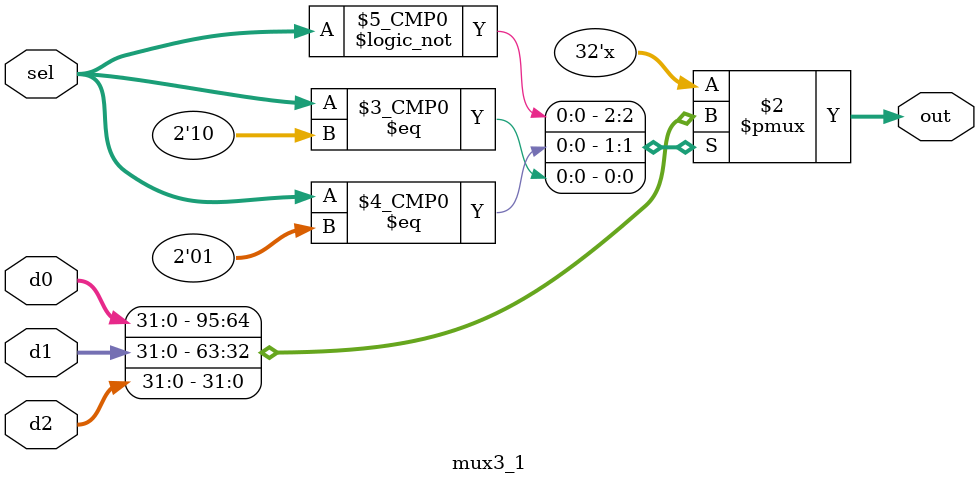
<source format=v>
module mux3_1
(
    d0,
    d1,
    d2,
    sel,
    out
);

    parameter n = 32;

    input [n-1:0] d0, d1, d2;
    input [1:0] sel;
    output reg [n-1:0] out;

    always @(*)
    begin
        case (sel)
        2'b00: out <= d0;
        2'b01: out <= d1;
        2'b10: out <= d2;
        endcase
    end


endmodule

</source>
